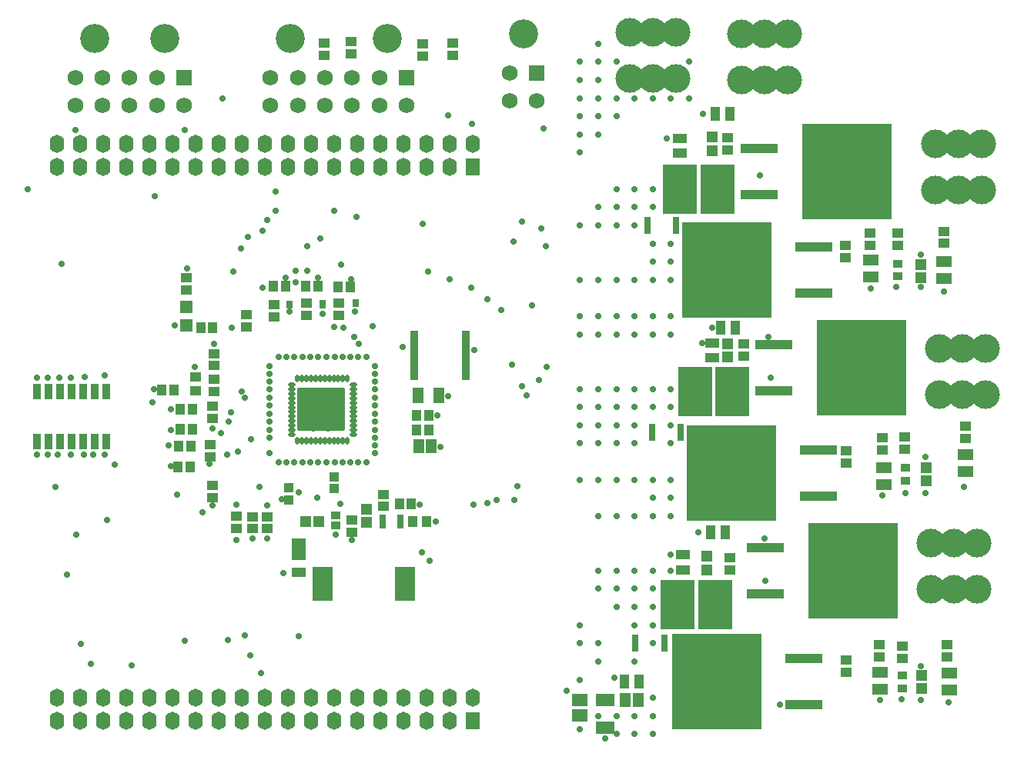
<source format=gts>
G04*
G04 #@! TF.GenerationSoftware,Altium Limited,Altium Designer,19.1.8 (144)*
G04*
G04 Layer_Color=8388736*
%FSLAX25Y25*%
%MOIN*%
G70*
G01*
G75*
%ADD51R,0.04540X0.03950*%
%ADD52R,0.02572X0.02178*%
%ADD53R,0.05131X0.06115*%
%ADD54R,0.06115X0.04147*%
%ADD55R,0.03359X0.06804*%
%ADD56R,0.04737X0.06115*%
%ADD57R,0.06509X0.05524*%
%ADD58R,0.07887X0.05328*%
%ADD59R,0.14619X0.21784*%
%ADD60R,0.04934X0.04343*%
%ADD61R,0.38595X0.41548*%
%ADD62R,0.15958X0.04343*%
%ADD63R,0.05524X0.05524*%
%ADD64R,0.04147X0.06115*%
%ADD65R,0.02965X0.07493*%
%ADD66R,0.06509X0.04934*%
%ADD67R,0.04540X0.04147*%
%ADD68R,0.04737X0.04934*%
%ADD69R,0.04343X0.03556*%
%ADD70R,0.04343X0.04934*%
G04:AMPARAMS|DCode=71|XSize=17.45mil|YSize=31.62mil|CornerRadius=5.98mil|HoleSize=0mil|Usage=FLASHONLY|Rotation=270.000|XOffset=0mil|YOffset=0mil|HoleType=Round|Shape=RoundedRectangle|*
%AMROUNDEDRECTD71*
21,1,0.01745,0.01965,0,0,270.0*
21,1,0.00548,0.03162,0,0,270.0*
1,1,0.01197,-0.00983,-0.00274*
1,1,0.01197,-0.00983,0.00274*
1,1,0.01197,0.00983,0.00274*
1,1,0.01197,0.00983,-0.00274*
%
%ADD71ROUNDEDRECTD71*%
G04:AMPARAMS|DCode=72|XSize=17.45mil|YSize=31.62mil|CornerRadius=5.98mil|HoleSize=0mil|Usage=FLASHONLY|Rotation=180.000|XOffset=0mil|YOffset=0mil|HoleType=Round|Shape=RoundedRectangle|*
%AMROUNDEDRECTD72*
21,1,0.01745,0.01965,0,0,180.0*
21,1,0.00548,0.03162,0,0,180.0*
1,1,0.01197,-0.00274,0.00983*
1,1,0.01197,0.00274,0.00983*
1,1,0.01197,0.00274,-0.00983*
1,1,0.01197,-0.00274,-0.00983*
%
%ADD72ROUNDEDRECTD72*%
G04:AMPARAMS|DCode=73|XSize=203.87mil|YSize=189.1mil|CornerRadius=5.81mil|HoleSize=0mil|Usage=FLASHONLY|Rotation=180.000|XOffset=0mil|YOffset=0mil|HoleType=Round|Shape=RoundedRectangle|*
%AMROUNDEDRECTD73*
21,1,0.20387,0.17748,0,0,180.0*
21,1,0.19224,0.18910,0,0,180.0*
1,1,0.01162,-0.09612,0.08874*
1,1,0.01162,0.09612,0.08874*
1,1,0.01162,0.09612,-0.08874*
1,1,0.01162,-0.09612,-0.08874*
%
%ADD73ROUNDEDRECTD73*%
%ADD74R,0.03950X0.04540*%
%ADD75R,0.04540X0.06902*%
%ADD76R,0.03753X0.21666*%
%ADD77R,0.04343X0.04147*%
%ADD78R,0.04343X0.04737*%
%ADD79R,0.04737X0.05131*%
%ADD80R,0.08674X0.14580*%
%ADD81R,0.04737X0.04343*%
%ADD82R,0.02965X0.06115*%
%ADD83R,0.04934X0.04540*%
%ADD84R,0.06312X0.04343*%
%ADD85R,0.06312X0.09461*%
%ADD86R,0.04147X0.03556*%
%ADD87R,0.04147X0.04540*%
%ADD88R,0.06633X0.06633*%
%ADD89C,0.06824*%
%ADD90C,0.12611*%
%ADD91R,0.06300X0.07800*%
%ADD92O,0.06300X0.07800*%
%ADD93C,0.12414*%
%ADD94C,0.02769*%
D51*
X126772Y222933D02*
D03*
Y228248D02*
D03*
X133858Y222835D02*
D03*
Y228150D02*
D03*
X140157Y222835D02*
D03*
Y228150D02*
D03*
X105000Y331658D02*
D03*
Y326343D02*
D03*
X117000Y287500D02*
D03*
Y282185D02*
D03*
X116500Y270685D02*
D03*
Y276000D02*
D03*
X115500Y254000D02*
D03*
Y259315D02*
D03*
X176772Y226772D02*
D03*
Y221457D02*
D03*
D52*
X164075Y319291D02*
D03*
Y320866D02*
D03*
X178347Y319882D02*
D03*
Y321457D02*
D03*
X149803Y319193D02*
D03*
Y320768D02*
D03*
D53*
X211256Y258500D02*
D03*
X205744D02*
D03*
D54*
X320000Y205004D02*
D03*
Y211500D02*
D03*
X332677Y303445D02*
D03*
Y296949D02*
D03*
X318898Y392028D02*
D03*
Y385531D02*
D03*
D55*
X40500Y260823D02*
D03*
X45500D02*
D03*
X50500D02*
D03*
X55500D02*
D03*
X60500D02*
D03*
X65500D02*
D03*
X70500D02*
D03*
Y282177D02*
D03*
X65500D02*
D03*
X60500D02*
D03*
X55500D02*
D03*
X50500D02*
D03*
X45500D02*
D03*
X40500D02*
D03*
D56*
X295000Y148500D02*
D03*
X300905D02*
D03*
D57*
X275590Y141929D02*
D03*
Y148622D02*
D03*
D58*
X286417Y136811D02*
D03*
Y148622D02*
D03*
D59*
X334000Y190000D02*
D03*
X317779D02*
D03*
X341535Y282480D02*
D03*
X325315D02*
D03*
X335118Y370079D02*
D03*
X318898D02*
D03*
D60*
X176484Y428626D02*
D03*
Y433941D02*
D03*
X164764Y428051D02*
D03*
Y433366D02*
D03*
X220484Y428126D02*
D03*
Y433441D02*
D03*
X207484Y427626D02*
D03*
Y432941D02*
D03*
X143000Y320000D02*
D03*
Y314685D02*
D03*
X157000Y320657D02*
D03*
Y315342D02*
D03*
X171000Y320657D02*
D03*
Y315342D02*
D03*
X414984Y166701D02*
D03*
Y172016D02*
D03*
X416000Y257343D02*
D03*
Y262657D02*
D03*
X413000Y345685D02*
D03*
Y351000D02*
D03*
X109000Y282791D02*
D03*
Y288500D02*
D03*
X117000Y298815D02*
D03*
Y293500D02*
D03*
X116500Y236185D02*
D03*
Y241500D02*
D03*
D61*
X393701Y204724D02*
D03*
X397386Y292500D02*
D03*
X391000Y377500D02*
D03*
X334646Y156496D02*
D03*
X341000Y247000D02*
D03*
X339000Y335000D02*
D03*
D62*
X355906Y194724D02*
D03*
Y214724D02*
D03*
X359591Y282500D02*
D03*
Y302500D02*
D03*
X353205Y367500D02*
D03*
Y387500D02*
D03*
X372441Y166496D02*
D03*
Y146496D02*
D03*
X378795Y257000D02*
D03*
Y237000D02*
D03*
X376795Y345000D02*
D03*
Y325000D02*
D03*
D63*
X105000Y319134D02*
D03*
Y310866D02*
D03*
D64*
X294685Y156496D02*
D03*
X301181D02*
D03*
X332087Y221457D02*
D03*
X338583D02*
D03*
X336319Y310039D02*
D03*
X342815D02*
D03*
X334055Y402559D02*
D03*
X340551D02*
D03*
D65*
X299606Y173228D02*
D03*
X312008D02*
D03*
X306791Y264764D02*
D03*
X319193D02*
D03*
X304823Y354331D02*
D03*
X317224D02*
D03*
D66*
X435484Y160158D02*
D03*
Y152874D02*
D03*
X442500Y255000D02*
D03*
Y247716D02*
D03*
X433000Y338642D02*
D03*
Y331358D02*
D03*
X405484Y153374D02*
D03*
Y160658D02*
D03*
X407000Y242000D02*
D03*
Y249284D02*
D03*
X401500Y332000D02*
D03*
Y339283D02*
D03*
D67*
X390748Y160728D02*
D03*
Y166043D02*
D03*
Y251279D02*
D03*
Y256594D02*
D03*
X390500Y340370D02*
D03*
Y345685D02*
D03*
X434484Y167358D02*
D03*
Y172673D02*
D03*
X442500Y262000D02*
D03*
Y267315D02*
D03*
X433000Y346500D02*
D03*
Y351815D02*
D03*
X404984Y172673D02*
D03*
Y167358D02*
D03*
X406500Y262315D02*
D03*
Y257000D02*
D03*
X401000Y351000D02*
D03*
Y345685D02*
D03*
X340500Y210315D02*
D03*
Y205000D02*
D03*
X346457Y302854D02*
D03*
Y297539D02*
D03*
X339567Y392421D02*
D03*
Y387106D02*
D03*
D68*
X423484Y159421D02*
D03*
Y153516D02*
D03*
X425500Y249453D02*
D03*
Y243547D02*
D03*
X423000Y337453D02*
D03*
Y331547D02*
D03*
X330500Y205000D02*
D03*
Y210906D02*
D03*
X339567Y297244D02*
D03*
Y303150D02*
D03*
X332677Y386811D02*
D03*
Y392717D02*
D03*
D69*
X414984Y159272D02*
D03*
Y153760D02*
D03*
X416500Y249256D02*
D03*
Y243744D02*
D03*
X413000Y337756D02*
D03*
Y332244D02*
D03*
D70*
X102500Y274500D02*
D03*
X107815D02*
D03*
Y266000D02*
D03*
X102500D02*
D03*
X101842Y258500D02*
D03*
X107158D02*
D03*
X106815Y249500D02*
D03*
X101500D02*
D03*
D71*
X177445Y263673D02*
D03*
Y265642D02*
D03*
Y267610D02*
D03*
Y269579D02*
D03*
Y271547D02*
D03*
Y273516D02*
D03*
Y275484D02*
D03*
Y277453D02*
D03*
Y279421D02*
D03*
Y281390D02*
D03*
Y283358D02*
D03*
Y285327D02*
D03*
X150673D02*
D03*
Y283358D02*
D03*
Y281390D02*
D03*
Y279421D02*
D03*
Y277453D02*
D03*
Y275484D02*
D03*
Y273516D02*
D03*
Y271547D02*
D03*
Y269579D02*
D03*
Y267610D02*
D03*
Y265642D02*
D03*
Y263673D02*
D03*
D72*
X174886Y287886D02*
D03*
X172917D02*
D03*
X170949D02*
D03*
X168980D02*
D03*
X167012D02*
D03*
X165043D02*
D03*
X163075D02*
D03*
X161106D02*
D03*
X159138D02*
D03*
X157169D02*
D03*
X155201D02*
D03*
X153232D02*
D03*
Y261114D02*
D03*
X155201D02*
D03*
X157169D02*
D03*
X159138D02*
D03*
X161106D02*
D03*
X163075D02*
D03*
X165043D02*
D03*
X167012D02*
D03*
X168980D02*
D03*
X170949D02*
D03*
X172917D02*
D03*
X174886D02*
D03*
D73*
X163319Y274500D02*
D03*
D74*
X210157Y272000D02*
D03*
X204842D02*
D03*
X210157Y265500D02*
D03*
X204842D02*
D03*
X94500Y283000D02*
D03*
X99815D02*
D03*
D75*
X205374Y280500D02*
D03*
X214626D02*
D03*
D76*
X226122Y298000D02*
D03*
X203878D02*
D03*
D77*
X149508Y240551D02*
D03*
Y235433D02*
D03*
X169291Y245276D02*
D03*
Y240158D02*
D03*
D78*
X116559Y310000D02*
D03*
X111441D02*
D03*
X203000Y226000D02*
D03*
X209299D02*
D03*
X202618Y233500D02*
D03*
X197500D02*
D03*
D79*
X156791Y225886D02*
D03*
X162500D02*
D03*
D80*
X164284Y199000D02*
D03*
X199716D02*
D03*
D81*
X131102Y315551D02*
D03*
Y310236D02*
D03*
X190500Y237618D02*
D03*
Y232500D02*
D03*
D82*
X197839Y226000D02*
D03*
X190161D02*
D03*
D83*
X183000Y225500D02*
D03*
Y231209D02*
D03*
D84*
X153740Y203839D02*
D03*
D85*
Y213878D02*
D03*
D86*
X169882Y228740D02*
D03*
Y224213D02*
D03*
D87*
X170843Y327500D02*
D03*
X176157D02*
D03*
X156685Y328000D02*
D03*
X162000D02*
D03*
X142685D02*
D03*
X148000D02*
D03*
D88*
X256890Y420276D02*
D03*
X200575Y418276D02*
D03*
X104263D02*
D03*
D89*
X256890Y408465D02*
D03*
X245078Y420276D02*
D03*
Y408465D02*
D03*
X141519Y406465D02*
D03*
X200575D02*
D03*
X141519Y418276D02*
D03*
X153330Y406465D02*
D03*
X188764D02*
D03*
X153330Y418276D02*
D03*
X188764D02*
D03*
X165141Y406465D02*
D03*
Y418276D02*
D03*
X176953Y406465D02*
D03*
Y418276D02*
D03*
X92452D02*
D03*
Y406465D02*
D03*
X80641Y418276D02*
D03*
X68830D02*
D03*
X80641Y406465D02*
D03*
X68830D02*
D03*
X57019Y418276D02*
D03*
X104263Y406465D02*
D03*
X57019D02*
D03*
D90*
X250984Y437284D02*
D03*
X149984Y435284D02*
D03*
X192110D02*
D03*
X95798D02*
D03*
X65484D02*
D03*
D91*
X229000Y379500D02*
D03*
Y139500D02*
D03*
D92*
X219000D02*
D03*
X209000D02*
D03*
X199000D02*
D03*
X189000D02*
D03*
X179000D02*
D03*
X169000D02*
D03*
X159000D02*
D03*
X149000D02*
D03*
X139000D02*
D03*
X129000D02*
D03*
X119000D02*
D03*
X109000D02*
D03*
X99000D02*
D03*
X89000D02*
D03*
X79000D02*
D03*
X69000D02*
D03*
X59000D02*
D03*
X49000D02*
D03*
X229000Y149500D02*
D03*
X219000D02*
D03*
X209000D02*
D03*
X199000D02*
D03*
X189000D02*
D03*
X179000D02*
D03*
X169000D02*
D03*
X159000D02*
D03*
X149000D02*
D03*
X139000D02*
D03*
X129000D02*
D03*
X119000D02*
D03*
X109000D02*
D03*
X99000D02*
D03*
X89000D02*
D03*
X79000D02*
D03*
X69000D02*
D03*
X59000D02*
D03*
X49000D02*
D03*
X219000Y379500D02*
D03*
X209000D02*
D03*
X199000D02*
D03*
X189000D02*
D03*
X179000D02*
D03*
X169000D02*
D03*
X159000D02*
D03*
X149000D02*
D03*
X139000D02*
D03*
X129000D02*
D03*
X119000D02*
D03*
X109000D02*
D03*
X99000D02*
D03*
X89000D02*
D03*
X79000D02*
D03*
X69000D02*
D03*
X59000D02*
D03*
X49000D02*
D03*
X229000Y389500D02*
D03*
X219000D02*
D03*
X209000D02*
D03*
X199000D02*
D03*
X189000D02*
D03*
X179000D02*
D03*
X169000D02*
D03*
X159000D02*
D03*
X149000D02*
D03*
X139000D02*
D03*
X129000D02*
D03*
X119000D02*
D03*
X109000D02*
D03*
X99000D02*
D03*
X89000D02*
D03*
X79000D02*
D03*
X69000D02*
D03*
X59000D02*
D03*
X49000D02*
D03*
D93*
X317087Y438150D02*
D03*
X297087D02*
D03*
Y418150D02*
D03*
X317087D02*
D03*
X307087D02*
D03*
Y438150D02*
D03*
X365315Y437165D02*
D03*
X345315D02*
D03*
Y417165D02*
D03*
X365315D02*
D03*
X355315D02*
D03*
Y437165D02*
D03*
X449500Y389500D02*
D03*
X429500D02*
D03*
Y369500D02*
D03*
X449500D02*
D03*
X439500D02*
D03*
Y389500D02*
D03*
X451000Y301000D02*
D03*
X431000D02*
D03*
Y281000D02*
D03*
X451000D02*
D03*
X441000D02*
D03*
Y301000D02*
D03*
X447500Y216500D02*
D03*
X427500D02*
D03*
Y196500D02*
D03*
X447500D02*
D03*
X437500D02*
D03*
Y216500D02*
D03*
D94*
X60827Y254921D02*
D03*
X124902Y310039D02*
D03*
X101181Y237697D02*
D03*
X126772Y233465D02*
D03*
X136811Y241043D02*
D03*
X133071Y261811D02*
D03*
X127362Y256299D02*
D03*
X164173Y315846D02*
D03*
X330052Y263779D02*
D03*
X176772Y218110D02*
D03*
X169685Y220472D02*
D03*
X207087Y212598D02*
D03*
X169291Y310236D02*
D03*
X198819Y301575D02*
D03*
X210630Y209055D02*
D03*
X137402Y160236D02*
D03*
X130315Y176772D02*
D03*
X153937Y176378D02*
D03*
X132677Y168110D02*
D03*
X123228Y174803D02*
D03*
X126772Y218110D02*
D03*
X133858Y218504D02*
D03*
X140157D02*
D03*
X152362Y334646D02*
D03*
X162992Y348819D02*
D03*
X130315Y279528D02*
D03*
X48425Y240945D02*
D03*
X129134Y282283D02*
D03*
X143701Y360630D02*
D03*
X169000Y360732D02*
D03*
X140157Y356693D02*
D03*
X178740Y357874D02*
D03*
X138189Y327165D02*
D03*
Y351969D02*
D03*
X207480Y355118D02*
D03*
X124409Y273228D02*
D03*
X131890Y349213D02*
D03*
X128740Y344488D02*
D03*
X123622Y269291D02*
D03*
X157480Y345276D02*
D03*
X172047Y337402D02*
D03*
X125591Y334252D02*
D03*
X122835Y255118D02*
D03*
X153937Y238583D02*
D03*
X112205Y229921D02*
D03*
X120866Y409449D02*
D03*
X120079Y264173D02*
D03*
X140157Y233071D02*
D03*
X70866Y226772D02*
D03*
X59449Y172835D02*
D03*
X104331Y174409D02*
D03*
X63779Y164173D02*
D03*
X81496Y163779D02*
D03*
X218504Y401968D02*
D03*
X228740Y398425D02*
D03*
X259842Y396457D02*
D03*
X104331Y395669D02*
D03*
X57087D02*
D03*
X74016Y250787D02*
D03*
X57480Y220472D02*
D03*
X53543Y203150D02*
D03*
X49606Y255118D02*
D03*
X61024Y288583D02*
D03*
X90551Y277559D02*
D03*
X143701Y368898D02*
D03*
X91339Y366929D02*
D03*
X157480Y334646D02*
D03*
X209842Y334252D02*
D03*
X229528Y233465D02*
D03*
X152362Y329528D02*
D03*
X219291Y331102D02*
D03*
X235433Y233858D02*
D03*
X228346Y327165D02*
D03*
X239370Y235433D02*
D03*
X235433Y322441D02*
D03*
X247244Y235433D02*
D03*
X241339Y317717D02*
D03*
X248425Y241339D02*
D03*
X173228Y309842D02*
D03*
X179921Y303150D02*
D03*
X177953Y305906D02*
D03*
X185827Y310630D02*
D03*
X257874Y287402D02*
D03*
X261024Y292913D02*
D03*
X260827Y345472D02*
D03*
X258661Y353150D02*
D03*
X246063Y294094D02*
D03*
X252362Y280709D02*
D03*
X254724Y319685D02*
D03*
X246850Y347244D02*
D03*
X250394Y284646D02*
D03*
X250590Y356102D02*
D03*
X51181Y337598D02*
D03*
X36417Y370079D02*
D03*
X69882Y254921D02*
D03*
X64961D02*
D03*
X55118D02*
D03*
X45276D02*
D03*
X40354D02*
D03*
X69882Y289370D02*
D03*
X55118Y288386D02*
D03*
X50197D02*
D03*
X45276D02*
D03*
X40354D02*
D03*
X334646Y150591D02*
D03*
X339895D02*
D03*
X345144D02*
D03*
X350394D02*
D03*
X329396D02*
D03*
X324147D02*
D03*
X318898D02*
D03*
X334646Y165354D02*
D03*
X339895D02*
D03*
X345144D02*
D03*
X350394D02*
D03*
X329396D02*
D03*
X324147D02*
D03*
X318898D02*
D03*
X340551Y248031D02*
D03*
X345800D02*
D03*
X351050D02*
D03*
X335302D02*
D03*
X330052D02*
D03*
X324803D02*
D03*
X356299D02*
D03*
X354331Y321161D02*
D03*
X348524Y322047D02*
D03*
X343799Y321949D02*
D03*
X338287Y321850D02*
D03*
X333563Y322047D02*
D03*
X327953D02*
D03*
X322933Y322342D02*
D03*
X322835Y425197D02*
D03*
Y409449D02*
D03*
X314961D02*
D03*
Y346457D02*
D03*
Y338583D02*
D03*
Y330709D02*
D03*
Y314961D02*
D03*
Y307087D02*
D03*
Y283465D02*
D03*
Y275591D02*
D03*
Y267717D02*
D03*
Y259843D02*
D03*
Y244095D02*
D03*
Y236221D02*
D03*
Y228347D02*
D03*
Y204725D02*
D03*
X307087Y409449D02*
D03*
Y370079D02*
D03*
Y362205D02*
D03*
Y346457D02*
D03*
Y338583D02*
D03*
Y330709D02*
D03*
Y314961D02*
D03*
Y307087D02*
D03*
Y283465D02*
D03*
Y275591D02*
D03*
Y244095D02*
D03*
Y236221D02*
D03*
Y228347D02*
D03*
Y204725D02*
D03*
Y196851D02*
D03*
Y188977D02*
D03*
Y181103D02*
D03*
Y173228D02*
D03*
Y149606D02*
D03*
Y141732D02*
D03*
Y133858D02*
D03*
X299213Y409449D02*
D03*
Y370079D02*
D03*
Y362205D02*
D03*
Y354331D02*
D03*
Y330709D02*
D03*
Y314961D02*
D03*
Y307087D02*
D03*
Y283465D02*
D03*
Y275591D02*
D03*
Y267717D02*
D03*
Y259843D02*
D03*
Y244095D02*
D03*
Y228347D02*
D03*
Y204725D02*
D03*
Y196851D02*
D03*
Y188977D02*
D03*
Y181103D02*
D03*
Y165354D02*
D03*
Y141732D02*
D03*
Y133858D02*
D03*
X291339Y425197D02*
D03*
Y409449D02*
D03*
Y401575D02*
D03*
Y370079D02*
D03*
Y362205D02*
D03*
Y354331D02*
D03*
Y330709D02*
D03*
Y314961D02*
D03*
Y307087D02*
D03*
Y283465D02*
D03*
Y275591D02*
D03*
Y267717D02*
D03*
Y259843D02*
D03*
Y244095D02*
D03*
Y228347D02*
D03*
Y204725D02*
D03*
Y196851D02*
D03*
Y188977D02*
D03*
Y141732D02*
D03*
Y133858D02*
D03*
X283465Y433071D02*
D03*
Y425197D02*
D03*
Y417323D02*
D03*
Y409449D02*
D03*
Y401575D02*
D03*
Y393701D02*
D03*
Y362205D02*
D03*
Y354331D02*
D03*
Y330709D02*
D03*
Y314961D02*
D03*
Y307087D02*
D03*
Y283465D02*
D03*
Y275591D02*
D03*
Y267717D02*
D03*
Y259843D02*
D03*
Y244095D02*
D03*
Y228347D02*
D03*
Y204725D02*
D03*
Y196851D02*
D03*
Y173228D02*
D03*
Y165354D02*
D03*
Y141732D02*
D03*
X275591Y425197D02*
D03*
Y417323D02*
D03*
Y409449D02*
D03*
Y401575D02*
D03*
Y393701D02*
D03*
Y385827D02*
D03*
Y354331D02*
D03*
Y330709D02*
D03*
Y314961D02*
D03*
Y307087D02*
D03*
Y283465D02*
D03*
Y275591D02*
D03*
Y267717D02*
D03*
Y259843D02*
D03*
Y244095D02*
D03*
Y181103D02*
D03*
Y173228D02*
D03*
Y157480D02*
D03*
X116437Y232972D02*
D03*
X213075Y225969D02*
D03*
X206201Y233465D02*
D03*
X147244Y203740D02*
D03*
X146358Y235630D02*
D03*
X171949Y233760D02*
D03*
X161909Y236417D02*
D03*
X213779Y272047D02*
D03*
X218504Y280315D02*
D03*
X229823Y300394D02*
D03*
X215256Y258465D02*
D03*
X108858Y292913D02*
D03*
X91043Y283465D02*
D03*
X178248Y317126D02*
D03*
X149803D02*
D03*
X176378Y331004D02*
D03*
X148228Y331594D02*
D03*
X162182Y331617D02*
D03*
X105315Y335630D02*
D03*
X100079Y311024D02*
D03*
X115157Y250984D02*
D03*
X98425Y274606D02*
D03*
X97441Y258858D02*
D03*
X98425Y265748D02*
D03*
Y250000D02*
D03*
X116500Y266374D02*
D03*
X117126Y303150D02*
D03*
X358268Y288386D02*
D03*
X357283Y306102D02*
D03*
X355315Y218504D02*
D03*
X355906Y200197D02*
D03*
X362205Y146653D02*
D03*
X378795Y237000D02*
D03*
X376795Y325000D02*
D03*
X353346Y375984D02*
D03*
X352498Y387500D02*
D03*
X423228Y163386D02*
D03*
X425197Y253937D02*
D03*
X423228Y341535D02*
D03*
X318898Y154528D02*
D03*
X324147D02*
D03*
X329396D02*
D03*
X350394D02*
D03*
X345144D02*
D03*
X339895D02*
D03*
X334646D02*
D03*
X318898Y144685D02*
D03*
X324147D02*
D03*
X329396D02*
D03*
X350394D02*
D03*
X345144D02*
D03*
X339895D02*
D03*
X334646D02*
D03*
X318898Y139764D02*
D03*
X324147D02*
D03*
X329396D02*
D03*
X350394D02*
D03*
X345144D02*
D03*
X339895D02*
D03*
X334646D02*
D03*
X318898Y159449D02*
D03*
X324147D02*
D03*
X329396D02*
D03*
X350394D02*
D03*
X345144D02*
D03*
X339895D02*
D03*
X334646D02*
D03*
X318898Y169291D02*
D03*
X324147D02*
D03*
X329396D02*
D03*
X350394D02*
D03*
X345144D02*
D03*
X339895D02*
D03*
X334646D02*
D03*
X318898Y174213D02*
D03*
X324147D02*
D03*
X329396D02*
D03*
X350394D02*
D03*
X345144D02*
D03*
X339895D02*
D03*
X334646D02*
D03*
X324803Y244094D02*
D03*
X330052D02*
D03*
X335302D02*
D03*
X356299D02*
D03*
X351050D02*
D03*
X345800D02*
D03*
X340551D02*
D03*
X324803Y229331D02*
D03*
X330052D02*
D03*
X335302D02*
D03*
X356299D02*
D03*
X351050D02*
D03*
X345800D02*
D03*
X340551D02*
D03*
X324803Y253937D02*
D03*
X330052D02*
D03*
X335302D02*
D03*
X356299D02*
D03*
X351050D02*
D03*
X345800D02*
D03*
X340551D02*
D03*
X324803Y258858D02*
D03*
X330052D02*
D03*
X335302D02*
D03*
X356299D02*
D03*
X351050D02*
D03*
X345800D02*
D03*
X340551D02*
D03*
X324803Y263779D02*
D03*
X335302D02*
D03*
X356299D02*
D03*
X351050D02*
D03*
X345800D02*
D03*
X340551D02*
D03*
X338583Y352362D02*
D03*
X343832D02*
D03*
X349081D02*
D03*
X354331D02*
D03*
X333333D02*
D03*
X328084D02*
D03*
X322835D02*
D03*
Y347441D02*
D03*
Y337598D02*
D03*
X338583Y317913D02*
D03*
X343832D02*
D03*
X349081D02*
D03*
X354331D02*
D03*
X333333D02*
D03*
X328084D02*
D03*
X322835D02*
D03*
X338583Y327756D02*
D03*
X343832D02*
D03*
X349081D02*
D03*
X354331D02*
D03*
X333333D02*
D03*
X328084D02*
D03*
X322835D02*
D03*
X338583Y332677D02*
D03*
X343832D02*
D03*
X349081D02*
D03*
X354331D02*
D03*
X333333D02*
D03*
X328084D02*
D03*
X322835D02*
D03*
X286417Y131890D02*
D03*
X269685Y152559D02*
D03*
X290354Y158465D02*
D03*
X275590Y135827D02*
D03*
X314961Y211614D02*
D03*
X326772Y221457D02*
D03*
X328445Y303445D02*
D03*
X332677Y310039D02*
D03*
X313287Y392028D02*
D03*
X328740Y402559D02*
D03*
X435039Y147638D02*
D03*
X423228Y148622D02*
D03*
X414740Y148992D02*
D03*
X405512Y148622D02*
D03*
X401575Y326921D02*
D03*
X423228Y327756D02*
D03*
X412614D02*
D03*
X433071Y325787D02*
D03*
X441929Y241142D02*
D03*
X425197Y238189D02*
D03*
X416339D02*
D03*
X406496Y237205D02*
D03*
X186902Y276354D02*
D03*
Y279780D02*
D03*
Y293480D02*
D03*
Y283205D02*
D03*
Y290055D02*
D03*
Y286630D02*
D03*
Y272646D02*
D03*
Y269220D02*
D03*
Y255520D02*
D03*
Y265795D02*
D03*
Y258945D02*
D03*
Y262370D02*
D03*
X162205Y251658D02*
D03*
X158780D02*
D03*
X145079D02*
D03*
X155354D02*
D03*
X148504D02*
D03*
X151929D02*
D03*
X165913D02*
D03*
X169339D02*
D03*
X183039D02*
D03*
X172764D02*
D03*
X179614D02*
D03*
X176189D02*
D03*
X141217Y272646D02*
D03*
Y269220D02*
D03*
Y255520D02*
D03*
Y265795D02*
D03*
Y262370D02*
D03*
Y276354D02*
D03*
Y279780D02*
D03*
Y293480D02*
D03*
Y283205D02*
D03*
Y290055D02*
D03*
Y286630D02*
D03*
X165913Y297342D02*
D03*
X169339D02*
D03*
X183039D02*
D03*
X172764D02*
D03*
X179614D02*
D03*
X176189D02*
D03*
X151929D02*
D03*
X148504D02*
D03*
X155354D02*
D03*
X145079D02*
D03*
X158780D02*
D03*
X162205D02*
D03*
X160228Y266429D02*
D03*
X166409D02*
D03*
X160228Y271587D02*
D03*
Y277413D02*
D03*
Y282571D02*
D03*
X154508Y271587D02*
D03*
Y277413D02*
D03*
X166409Y271587D02*
D03*
Y277413D02*
D03*
Y282571D02*
D03*
X172130Y277413D02*
D03*
Y271587D02*
D03*
M02*

</source>
